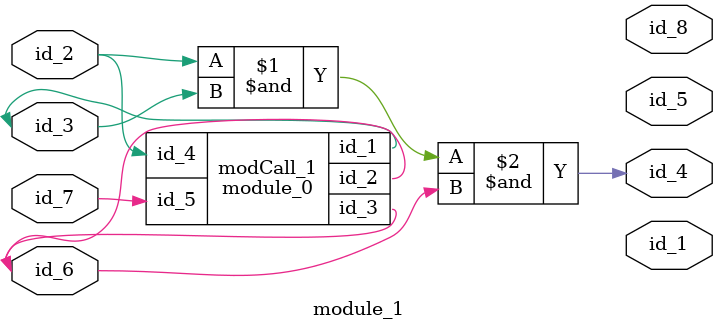
<source format=v>
module module_0 (
    id_1,
    id_2,
    id_3,
    id_4,
    id_5
);
  input wire id_5;
  input wire id_4;
  inout wire id_3;
  output wire id_2;
  output wire id_1;
  parameter id_6 = 1;
endmodule
module module_1 (
    id_1,
    id_2,
    id_3,
    id_4,
    id_5,
    id_6,
    id_7,
    id_8
);
  output wire id_8;
  and primCall (id_4, id_2, id_3, id_6);
  input wire id_7;
  inout wire id_6;
  module_0 modCall_1 (
      id_3,
      id_6,
      id_6,
      id_2,
      id_7
  );
  output wire id_5;
  output wire id_4;
  inout wire id_3;
  inout wire id_2;
  output wire id_1;
endmodule

</source>
